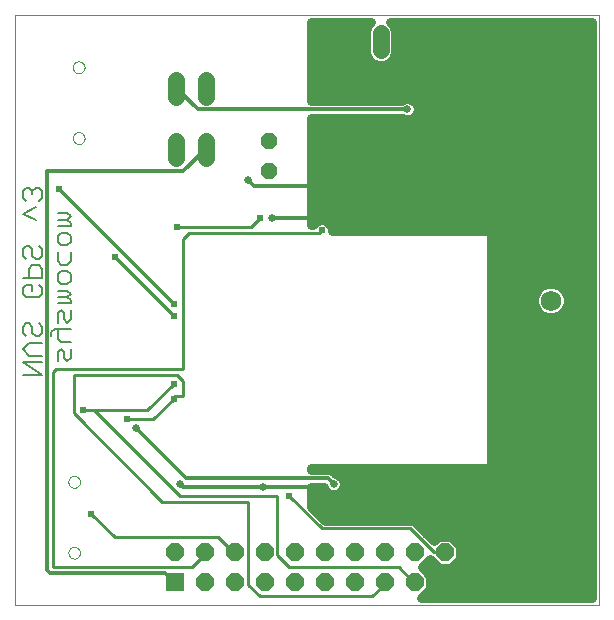
<source format=gbl>
G75*
G70*
%OFA0B0*%
%FSLAX24Y24*%
%IPPOS*%
%LPD*%
%AMOC8*
5,1,8,0,0,1.08239X$1,22.5*
%
%ADD10C,0.0000*%
%ADD11C,0.0060*%
%ADD12C,0.0560*%
%ADD13R,0.0600X0.0600*%
%ADD14OC8,0.0600*%
%ADD15OC8,0.0554*%
%ADD16C,0.0691*%
%ADD17OC8,0.0898*%
%ADD18C,0.0300*%
%ADD19R,0.0260X0.0260*%
%ADD20C,0.0240*%
%ADD21C,0.0140*%
%ADD22C,0.0260*%
%ADD23OC8,0.0240*%
%ADD24C,0.0100*%
D10*
X000253Y000145D02*
X000253Y019830D01*
X019742Y019830D01*
X019742Y000145D01*
X000253Y000145D01*
X002041Y001897D02*
X002043Y001924D01*
X002049Y001951D01*
X002058Y001977D01*
X002071Y002001D01*
X002087Y002024D01*
X002106Y002043D01*
X002128Y002060D01*
X002152Y002074D01*
X002177Y002084D01*
X002204Y002091D01*
X002231Y002094D01*
X002259Y002093D01*
X002286Y002088D01*
X002312Y002080D01*
X002336Y002068D01*
X002359Y002052D01*
X002380Y002034D01*
X002397Y002013D01*
X002412Y001989D01*
X002423Y001964D01*
X002431Y001938D01*
X002435Y001911D01*
X002435Y001883D01*
X002431Y001856D01*
X002423Y001830D01*
X002412Y001805D01*
X002397Y001781D01*
X002380Y001760D01*
X002359Y001742D01*
X002337Y001726D01*
X002312Y001714D01*
X002286Y001706D01*
X002259Y001701D01*
X002231Y001700D01*
X002204Y001703D01*
X002177Y001710D01*
X002152Y001720D01*
X002128Y001734D01*
X002106Y001751D01*
X002087Y001770D01*
X002071Y001793D01*
X002058Y001817D01*
X002049Y001843D01*
X002043Y001870D01*
X002041Y001897D01*
X002041Y004259D02*
X002043Y004286D01*
X002049Y004313D01*
X002058Y004339D01*
X002071Y004363D01*
X002087Y004386D01*
X002106Y004405D01*
X002128Y004422D01*
X002152Y004436D01*
X002177Y004446D01*
X002204Y004453D01*
X002231Y004456D01*
X002259Y004455D01*
X002286Y004450D01*
X002312Y004442D01*
X002336Y004430D01*
X002359Y004414D01*
X002380Y004396D01*
X002397Y004375D01*
X002412Y004351D01*
X002423Y004326D01*
X002431Y004300D01*
X002435Y004273D01*
X002435Y004245D01*
X002431Y004218D01*
X002423Y004192D01*
X002412Y004167D01*
X002397Y004143D01*
X002380Y004122D01*
X002359Y004104D01*
X002337Y004088D01*
X002312Y004076D01*
X002286Y004068D01*
X002259Y004063D01*
X002231Y004062D01*
X002204Y004065D01*
X002177Y004072D01*
X002152Y004082D01*
X002128Y004096D01*
X002106Y004113D01*
X002087Y004132D01*
X002071Y004155D01*
X002058Y004179D01*
X002049Y004205D01*
X002043Y004232D01*
X002041Y004259D01*
X002190Y015716D02*
X002192Y015743D01*
X002198Y015770D01*
X002207Y015796D01*
X002220Y015820D01*
X002236Y015843D01*
X002255Y015862D01*
X002277Y015879D01*
X002301Y015893D01*
X002326Y015903D01*
X002353Y015910D01*
X002380Y015913D01*
X002408Y015912D01*
X002435Y015907D01*
X002461Y015899D01*
X002485Y015887D01*
X002508Y015871D01*
X002529Y015853D01*
X002546Y015832D01*
X002561Y015808D01*
X002572Y015783D01*
X002580Y015757D01*
X002584Y015730D01*
X002584Y015702D01*
X002580Y015675D01*
X002572Y015649D01*
X002561Y015624D01*
X002546Y015600D01*
X002529Y015579D01*
X002508Y015561D01*
X002486Y015545D01*
X002461Y015533D01*
X002435Y015525D01*
X002408Y015520D01*
X002380Y015519D01*
X002353Y015522D01*
X002326Y015529D01*
X002301Y015539D01*
X002277Y015553D01*
X002255Y015570D01*
X002236Y015589D01*
X002220Y015612D01*
X002207Y015636D01*
X002198Y015662D01*
X002192Y015689D01*
X002190Y015716D01*
X002190Y018078D02*
X002192Y018105D01*
X002198Y018132D01*
X002207Y018158D01*
X002220Y018182D01*
X002236Y018205D01*
X002255Y018224D01*
X002277Y018241D01*
X002301Y018255D01*
X002326Y018265D01*
X002353Y018272D01*
X002380Y018275D01*
X002408Y018274D01*
X002435Y018269D01*
X002461Y018261D01*
X002485Y018249D01*
X002508Y018233D01*
X002529Y018215D01*
X002546Y018194D01*
X002561Y018170D01*
X002572Y018145D01*
X002580Y018119D01*
X002584Y018092D01*
X002584Y018064D01*
X002580Y018037D01*
X002572Y018011D01*
X002561Y017986D01*
X002546Y017962D01*
X002529Y017941D01*
X002508Y017923D01*
X002486Y017907D01*
X002461Y017895D01*
X002435Y017887D01*
X002408Y017882D01*
X002380Y017881D01*
X002353Y017884D01*
X002326Y017891D01*
X002301Y017901D01*
X002277Y017915D01*
X002255Y017932D01*
X002236Y017951D01*
X002220Y017974D01*
X002207Y017998D01*
X002198Y018024D01*
X002192Y018051D01*
X002190Y018078D01*
D11*
X001057Y014053D02*
X000950Y014053D01*
X000844Y013946D01*
X000737Y014053D01*
X000630Y014053D01*
X000523Y013946D01*
X000523Y013732D01*
X000630Y013626D01*
X000844Y013839D02*
X000844Y013946D01*
X001057Y014053D02*
X001164Y013946D01*
X001164Y013732D01*
X001057Y013626D01*
X000950Y013408D02*
X000523Y013195D01*
X000950Y012981D01*
X001693Y013000D02*
X002014Y013000D01*
X002120Y013107D01*
X002014Y013214D01*
X001693Y013214D01*
X002014Y013000D02*
X002120Y012893D01*
X002120Y012787D01*
X001693Y012787D01*
X001800Y012569D02*
X002014Y012569D01*
X002120Y012462D01*
X002120Y012249D01*
X002014Y012142D01*
X001800Y012142D01*
X001693Y012249D01*
X001693Y012462D01*
X001800Y012569D01*
X001693Y011924D02*
X001693Y011604D01*
X001800Y011497D01*
X002014Y011497D01*
X002120Y011604D01*
X002120Y011924D01*
X002014Y011280D02*
X001800Y011280D01*
X001693Y011173D01*
X001693Y010960D01*
X001800Y010853D01*
X002014Y010853D01*
X002120Y010960D01*
X002120Y011173D01*
X002014Y011280D01*
X002014Y010635D02*
X001693Y010635D01*
X001693Y010422D02*
X002014Y010422D01*
X002120Y010529D01*
X002014Y010635D01*
X002014Y010422D02*
X002120Y010315D01*
X002120Y010208D01*
X001693Y010208D01*
X001800Y009991D02*
X001907Y009884D01*
X001907Y009671D01*
X002014Y009564D01*
X002120Y009671D01*
X002120Y009991D01*
X001800Y009991D02*
X001693Y009884D01*
X001693Y009564D01*
X001693Y009346D02*
X001693Y009026D01*
X001800Y008919D01*
X002120Y008919D01*
X002120Y008702D02*
X002120Y008381D01*
X002014Y008275D01*
X001907Y008381D01*
X001907Y008595D01*
X001800Y008702D01*
X001693Y008595D01*
X001693Y008275D01*
X001164Y008252D02*
X000523Y008252D01*
X001164Y007825D01*
X000523Y007825D01*
X000737Y008469D02*
X000523Y008683D01*
X000737Y008896D01*
X001164Y008896D01*
X001057Y009114D02*
X000950Y009114D01*
X000844Y009221D01*
X000844Y009434D01*
X000737Y009541D01*
X000630Y009541D01*
X000523Y009434D01*
X000523Y009221D01*
X000630Y009114D01*
X001057Y009114D02*
X001164Y009221D01*
X001164Y009434D01*
X001057Y009541D01*
X001480Y009240D02*
X001480Y009133D01*
X001480Y009240D02*
X001587Y009346D01*
X002120Y009346D01*
X001164Y008469D02*
X000737Y008469D01*
X000630Y010403D02*
X000523Y010510D01*
X000523Y010723D01*
X000630Y010830D01*
X000844Y010830D01*
X000844Y010616D01*
X001057Y010403D02*
X000630Y010403D01*
X001057Y010403D02*
X001164Y010510D01*
X001164Y010723D01*
X001057Y010830D01*
X001164Y011047D02*
X001164Y011368D01*
X001057Y011474D01*
X000844Y011474D01*
X000737Y011368D01*
X000737Y011047D01*
X000523Y011047D02*
X001164Y011047D01*
X001057Y011692D02*
X000950Y011692D01*
X000844Y011799D01*
X000844Y012012D01*
X000737Y012119D01*
X000630Y012119D01*
X000523Y012012D01*
X000523Y011799D01*
X000630Y011692D01*
X001057Y011692D02*
X001164Y011799D01*
X001164Y012012D01*
X001057Y012119D01*
D12*
X005647Y015059D02*
X005647Y015619D01*
X006647Y015619D02*
X006647Y015059D01*
X006647Y017098D02*
X006647Y017658D01*
X005647Y017658D02*
X005647Y017098D01*
X011458Y018644D02*
X011458Y019204D01*
X012458Y019204D02*
X012458Y018644D01*
X013458Y018644D02*
X013458Y019204D01*
D13*
X005596Y000905D03*
D14*
X005596Y001905D03*
X006596Y001905D03*
X007596Y001905D03*
X008596Y001905D03*
X009596Y001905D03*
X010596Y001905D03*
X011596Y001905D03*
X012596Y001905D03*
X013596Y001905D03*
X014596Y001905D03*
X014596Y000905D03*
X013596Y000905D03*
X012596Y000905D03*
X011596Y000905D03*
X010596Y000905D03*
X009596Y000905D03*
X008596Y000905D03*
X007596Y000905D03*
X006596Y000905D03*
D15*
X008738Y014605D03*
X008738Y015605D03*
X019328Y015105D03*
D16*
X018127Y010302D03*
D17*
X017127Y009302D03*
X019127Y009302D03*
X019127Y011302D03*
X017127Y011302D03*
D18*
X017656Y010617D02*
X017572Y010413D01*
X017572Y010192D01*
X017656Y009988D01*
X017813Y009831D01*
X018017Y009747D01*
X018238Y009747D01*
X018442Y009831D01*
X018598Y009988D01*
X018683Y010192D01*
X018683Y010413D01*
X018598Y010617D01*
X018442Y010773D01*
X018238Y010858D01*
X018017Y010858D01*
X017813Y010773D01*
X017656Y010617D01*
X017646Y010592D02*
X016116Y010592D01*
X016116Y010891D02*
X019492Y010891D01*
X019492Y010592D02*
X018608Y010592D01*
X018683Y010294D02*
X019492Y010294D01*
X019492Y009995D02*
X018601Y009995D01*
X019492Y009697D02*
X016116Y009697D01*
X016116Y009398D02*
X019492Y009398D01*
X019492Y009100D02*
X016116Y009100D01*
X016116Y008801D02*
X019492Y008801D01*
X019492Y008503D02*
X016116Y008503D01*
X016116Y008204D02*
X019492Y008204D01*
X019492Y007906D02*
X016116Y007906D01*
X016116Y007607D02*
X019492Y007607D01*
X019492Y007309D02*
X016116Y007309D01*
X016116Y007010D02*
X019492Y007010D01*
X019492Y006712D02*
X016116Y006712D01*
X016116Y006413D02*
X019492Y006413D01*
X019492Y006115D02*
X016116Y006115D01*
X016116Y005816D02*
X019492Y005816D01*
X019492Y005518D02*
X016116Y005518D01*
X016116Y005219D02*
X019492Y005219D01*
X019492Y004921D02*
X016116Y004921D01*
X016116Y004807D02*
X016028Y004719D01*
X010135Y004719D01*
X010135Y004657D01*
X010742Y004657D01*
X010845Y004614D01*
X010924Y004536D01*
X010939Y004520D01*
X010951Y004520D01*
X011076Y004468D01*
X011171Y004373D01*
X011223Y004248D01*
X011223Y004112D01*
X011171Y003988D01*
X011076Y003892D01*
X010951Y003840D01*
X010816Y003840D01*
X010691Y003892D01*
X010595Y003988D01*
X010550Y004097D01*
X010135Y004097D01*
X010135Y003426D01*
X010597Y002964D01*
X013494Y002964D01*
X013590Y002924D01*
X014242Y002272D01*
X014385Y002415D01*
X014807Y002415D01*
X015106Y002116D01*
X015106Y001693D01*
X014807Y001395D01*
X014385Y001395D01*
X014096Y001683D01*
X013817Y001405D01*
X014106Y001116D01*
X014106Y000693D01*
X013807Y000395D01*
X019492Y000395D01*
X019492Y019580D01*
X012776Y019580D01*
X012873Y019482D01*
X012948Y019302D01*
X012948Y018547D01*
X012873Y018367D01*
X012736Y018229D01*
X012556Y018154D01*
X012361Y018154D01*
X012180Y018229D01*
X012043Y018367D01*
X011968Y018547D01*
X011968Y019302D01*
X012043Y019482D01*
X012141Y019580D01*
X010135Y019580D01*
X010135Y016960D01*
X013143Y016960D01*
X013151Y016968D01*
X013276Y017020D01*
X013412Y017020D01*
X013536Y016968D01*
X013632Y016873D01*
X013684Y016748D01*
X013684Y016612D01*
X013632Y016488D01*
X013536Y016392D01*
X013412Y016340D01*
X013276Y016340D01*
X013151Y016392D01*
X013143Y016400D01*
X010135Y016400D01*
X010135Y012806D01*
X010199Y012806D01*
X010210Y012832D01*
X010303Y012924D01*
X010424Y012975D01*
X010555Y012975D01*
X010676Y012924D01*
X010769Y012832D01*
X010820Y012710D01*
X010820Y012618D01*
X016028Y012618D01*
X016116Y012530D01*
X016116Y004807D01*
X013981Y002533D02*
X019492Y002533D01*
X019492Y002831D02*
X013683Y002831D01*
X014050Y001637D02*
X014142Y001637D01*
X013883Y001339D02*
X019492Y001339D01*
X019492Y001040D02*
X014106Y001040D01*
X014106Y000742D02*
X019492Y000742D01*
X019492Y000443D02*
X013856Y000443D01*
X015050Y001637D02*
X019492Y001637D01*
X019492Y001936D02*
X015106Y001936D01*
X014987Y002234D02*
X019492Y002234D01*
X019492Y003130D02*
X010431Y003130D01*
X010135Y003428D02*
X019492Y003428D01*
X019492Y003727D02*
X010135Y003727D01*
X010135Y004025D02*
X010579Y004025D01*
X011187Y004025D02*
X019492Y004025D01*
X019492Y004324D02*
X011192Y004324D01*
X010826Y004622D02*
X019492Y004622D01*
X017653Y009995D02*
X016116Y009995D01*
X016116Y010294D02*
X017572Y010294D01*
X016116Y011189D02*
X019492Y011189D01*
X019492Y011488D02*
X016116Y011488D01*
X016116Y011786D02*
X019492Y011786D01*
X019492Y012085D02*
X016116Y012085D01*
X016116Y012383D02*
X019492Y012383D01*
X019492Y012682D02*
X010820Y012682D01*
X010135Y012980D02*
X019492Y012980D01*
X019492Y013279D02*
X010135Y013279D01*
X010135Y013577D02*
X019492Y013577D01*
X019492Y013876D02*
X010135Y013876D01*
X010135Y014174D02*
X019492Y014174D01*
X019492Y014473D02*
X010135Y014473D01*
X010135Y014771D02*
X019492Y014771D01*
X019492Y015070D02*
X010135Y015070D01*
X010135Y015368D02*
X019492Y015368D01*
X019492Y015667D02*
X010135Y015667D01*
X010135Y015965D02*
X019492Y015965D01*
X019492Y016264D02*
X010135Y016264D01*
X010135Y017159D02*
X019492Y017159D01*
X019492Y016861D02*
X013637Y016861D01*
X013663Y016562D02*
X019492Y016562D01*
X019492Y017458D02*
X010135Y017458D01*
X010135Y017756D02*
X019492Y017756D01*
X019492Y018055D02*
X010135Y018055D01*
X010135Y018353D02*
X012056Y018353D01*
X011968Y018652D02*
X010135Y018652D01*
X010135Y018950D02*
X011968Y018950D01*
X011968Y019249D02*
X010135Y019249D01*
X010135Y019547D02*
X012108Y019547D01*
X012808Y019547D02*
X019492Y019547D01*
X019492Y019249D02*
X012948Y019249D01*
X012948Y018950D02*
X019492Y018950D01*
X019492Y018652D02*
X012948Y018652D01*
X012860Y018353D02*
X019492Y018353D01*
D19*
X019348Y012586D03*
X018994Y012586D03*
X018639Y012586D03*
X018285Y012586D03*
X017931Y012586D03*
X017576Y012586D03*
X017222Y012586D03*
X016868Y012586D03*
X016513Y012586D03*
X016159Y012586D03*
X016198Y008097D03*
X016553Y008097D03*
X016907Y008097D03*
X017261Y008097D03*
X017616Y008097D03*
X017970Y008097D03*
X018324Y008097D03*
X018679Y008097D03*
X019033Y008097D03*
X019387Y008097D03*
D20*
X017743Y009865D03*
X017503Y009865D03*
X017263Y009865D03*
X017023Y009865D03*
X016783Y009865D03*
X016543Y009865D03*
X016543Y010735D03*
X016783Y010735D03*
X017023Y010735D03*
X017263Y010735D03*
X017503Y010735D03*
X017743Y010735D03*
X010490Y012645D03*
X008423Y013038D03*
X005667Y012743D03*
X003600Y011759D03*
X005568Y010184D03*
X005568Y009790D03*
X005568Y007527D03*
X005568Y007034D03*
X003993Y006345D03*
X002517Y006641D03*
X002812Y003196D03*
X009407Y003786D03*
X001730Y014023D03*
D21*
X001336Y014613D02*
X005864Y014613D01*
X006553Y015302D01*
X006647Y015339D01*
X006356Y016680D02*
X005667Y017369D01*
X005647Y017378D01*
X006356Y016680D02*
X013344Y016680D01*
X010135Y014121D02*
X008226Y014121D01*
X008029Y014318D01*
X008816Y013038D02*
X010135Y013038D01*
X004289Y006050D02*
X005962Y004377D01*
X010686Y004377D01*
X010883Y004180D01*
X010135Y004082D02*
X008521Y004082D01*
X005864Y004082D01*
X005765Y004180D01*
X005273Y001227D02*
X001434Y001227D01*
X001336Y001326D01*
X001336Y014613D01*
X005273Y001227D02*
X005596Y000905D01*
D22*
X005765Y004180D03*
X004289Y006050D03*
X008521Y004082D03*
X010883Y004180D03*
X008816Y013038D03*
X008029Y014318D03*
X013344Y016680D03*
D23*
X010783Y013285D03*
D24*
X010490Y012645D02*
X010391Y012546D01*
X006060Y012546D01*
X005864Y012349D01*
X005864Y008019D01*
X001631Y008019D01*
X001533Y007920D01*
X001533Y001424D01*
X006159Y001424D01*
X006553Y001818D01*
X006596Y001905D01*
X007045Y002408D02*
X007537Y001916D01*
X007596Y001905D01*
X007045Y002408D02*
X003600Y002408D01*
X002812Y003196D01*
X005175Y003590D02*
X002222Y006542D01*
X002222Y007822D01*
X005667Y007822D01*
X005864Y007625D01*
X005864Y007133D01*
X005568Y007133D01*
X005568Y007034D01*
X004879Y006345D01*
X003993Y006345D01*
X004682Y006641D02*
X002911Y006641D01*
X005765Y003786D01*
X009013Y003786D01*
X009013Y001818D01*
X009407Y001424D01*
X013049Y001424D01*
X013541Y000932D01*
X013596Y000905D01*
X012596Y000905D02*
X012556Y000834D01*
X012163Y000440D01*
X008423Y000440D01*
X008029Y000834D01*
X008029Y003590D01*
X005175Y003590D01*
X004682Y006641D02*
X005568Y007527D01*
X005568Y009790D02*
X003600Y011759D01*
X005568Y010184D02*
X001730Y014023D01*
X005667Y012743D02*
X008127Y012743D01*
X008423Y013038D01*
X002911Y006641D02*
X002517Y006641D01*
X009407Y003786D02*
X010490Y002704D01*
X013442Y002704D01*
X014230Y001916D01*
X014525Y001916D01*
X014596Y001905D01*
M02*

</source>
